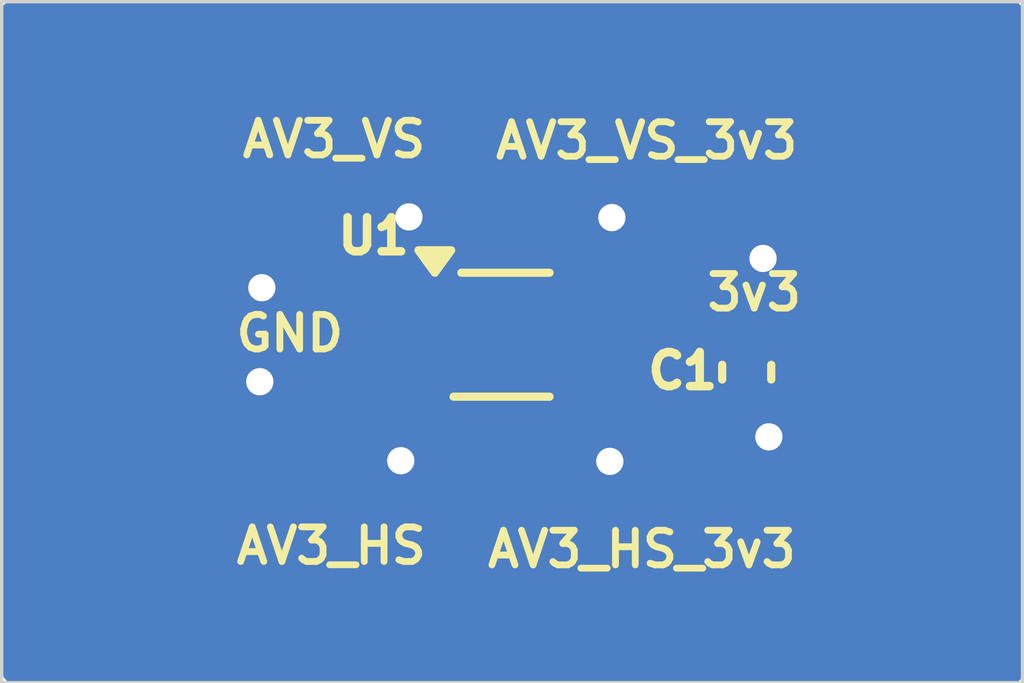
<source format=kicad_pcb>
(kicad_pcb (version 20241229) (generator "pcbnew") (generator_version "9.0")
  (layers (0 "F.Cu" signal) (2 "B.Cu" signal) (13 "F.Paste" user) (15 "B.Paste" user) (5 "F.SilkS" user "F.Silkscreen") (7 "B.SilkS" user "B.Silkscreen") (1 "F.Mask" user) (3 "B.Mask" user) (25 "Edge.Cuts" user))
  (net 0 "")
  (net 1 "Net-(U1C-VCC)")
  (net 2 "GND")
  (net 3 "Net-(TP1-Pad1)")
  (net 4 "Net-(TP2-Pad1)")
  (net 5 "Net-(TP3-Pad1)")
  (net 6 "Net-(TP4-Pad1)")
  (footprint "custom_components:SMD_PAD" (layer "F.Cu") (at 49.7 52)
    (property "Reference" "TP1" (hide yes))
    (property "Value" "AV3_VS" (at 3.35 0.02 0) (layer "F.SilkS") (effects (font (size 0.508 0.508) (thickness 0.1))))
    (pad "1" smd rect (at 0 0) (size 3 1.5) (layers "F.Cu" "F.Mask") (net 3 "Net-(TP1-Pad1)"))
  )
  (footprint "Capacitor_SMD:C_0402_1005Metric" (layer "F.Cu") (at 59.11 55.44 -90)
    (property "Reference" "C1" (at -0.02 0.94 0) (layer "F.SilkS") (effects (font (size 0.5 0.5) (thickness 0.125))))
    (property "Value" "0.1u")
    (fp_line (start -0.107836 0.36) (end 0.107836 0.36) (stroke (width 0.12)) (layer "F.SilkS"))
    (fp_line (start -0.107836 -0.36) (end 0.107836 -0.36) (stroke (width 0.12)) (layer "F.SilkS"))
    (pad "1" smd roundrect (at -0.48 0 270) (size 0.56 0.62) (layers "F.Cu" "F.Mask" "F.Paste") (net 1 "Net-(U1C-VCC)"))
    (pad "2" smd roundrect (at 0.48 0 270) (size 0.56 0.62) (layers "F.Cu" "F.Mask" "F.Paste") (net 2 "GND"))
  )
  (footprint "custom_components:SMD_PAD" (layer "F.Cu") (at 61.63 58 180)
    (property "Reference" "TP4" (hide yes))
    (property "Value" "AV3_HS_3v3" (at 4.06 -0.04 0) (layer "F.SilkS") (effects (font (size 0.508 0.508) (thickness 0.1))))
    (pad "1" smd rect (at 0 0 180) (size 3 1.5) (layers "F.Cu" "F.Mask") (net 6 "Net-(TP4-Pad1)"))
  )
  (footprint "custom_components:SC-70-6" (layer "F.Cu") (at 55.48 54.89)
    (property "Reference" "U1" (at -1.85 -1.45 0) (layer "F.SilkS") (effects (font (size 0.5 0.5) (thickness 0.125))))
    (property "Value" "74LVC2G17")
    (fp_line (start -0.675 0.91) (end 0.735 0.91) (stroke (width 0.12)) (layer "F.SilkS"))
    (fp_line (start -0.56 -0.91) (end 0.735 -0.91) (stroke (width 0.12)) (layer "F.SilkS"))
    (fp_poly (pts (xy -0.95 -0.91) (xy -0.71 -1.24) (xy -1.19 -1.24) (xy -0.95 -0.91)) (stroke (width 0.12)) (fill yes) (layer "F.SilkS"))
    (pad "1" smd roundrect (at -1.1 -0.65 270) (size 0.3 1) (layers "F.Cu" "F.Mask" "F.Paste") (net 3 "Net-(TP1-Pad1)"))
    (pad "2" smd roundrect (at -1.1 0 270) (size 0.3 1) (layers "F.Cu" "F.Mask" "F.Paste") (net 2 "GND"))
    (pad "3" smd roundrect (at -1.1 0.65 270) (size 0.3 1) (layers "F.Cu" "F.Mask" "F.Paste") (net 4 "Net-(TP2-Pad1)"))
    (pad "4" smd roundrect (at 1.1 0.65 270) (size 0.3 1) (layers "F.Cu" "F.Mask" "F.Paste") (net 6 "Net-(TP4-Pad1)"))
    (pad "5" smd roundrect (at 1.1 0 270) (size 0.3 1) (layers "F.Cu" "F.Mask" "F.Paste") (net 1 "Net-(U1C-VCC)"))
    (pad "6" smd roundrect (at 1.1 -0.65 270) (size 0.3 1) (layers "F.Cu" "F.Mask" "F.Paste") (net 5 "Net-(TP3-Pad1)"))
  )
  (footprint "custom_components:SMD_PAD" (layer "F.Cu") (at 49.7 58)
    (property "Reference" "TP2" (hide yes))
    (property "Value" "AV3_HS" (at 3.31 -0.01 0) (layer "F.SilkS") (effects (font (size 0.508 0.508) (thickness 0.1))))
    (pad "1" smd rect (at 0 0) (size 3 1.5) (layers "F.Cu" "F.Mask") (net 4 "Net-(TP2-Pad1)"))
  )
  (footprint "custom_components:SMD_PAD" (layer "F.Cu") (at 61.63 52 180)
    (property "Reference" "TP3" (hide yes))
    (property "Value" "AV3_VS_3v3" (at 3.99 -0.04 0) (layer "F.SilkS") (effects (font (size 0.508 0.508) (thickness 0.1))))
    (pad "1" smd rect (at 0 0 180) (size 3 1.5) (layers "F.Cu" "F.Mask") (net 5 "Net-(TP3-Pad1)"))
  )
  (footprint "custom_components:SMD_PAD" (layer "F.Cu") (at 49.69 54.86)
    (property "Reference" "TP6" (hide yes))
    (property "Value" "GND" (at 2.71018 0.01016 0) (layer "F.SilkS") (effects (font (size 0.508 0.508) (thickness 0.1))))
    (pad "1" smd rect (at 0 0) (size 3 1.5) (layers "F.Cu" "F.Mask") (net 2 "GND"))
  )
  (footprint "custom_components:SMD_PAD" (layer "F.Cu") (at 61.63 54.86 180)
    (property "Reference" "TP5" (hide yes))
    (property "Value" "3v3" (at 2.41 0.59 0) (layer "F.SilkS") (effects (font (size 0.508 0.508) (thickness 0.1))))
    (pad "1" smd rect (at 0 0 180) (size 3 1.5) (layers "F.Cu" "F.Mask") (net 1 "Net-(U1C-VCC)"))
  )
  (gr_rect (start 48.17 50) (end 63.16 60) (stroke (width 0.05)) (fill no) (layer "Edge.Cuts"))
  (segment (start 56.38 54.89) (end 61.6 54.89) (width 0.3) (layer "F.Cu") (net 1))
  (segment (start 61.6 54.89) (end 61.63 54.86) (width 0.3) (layer "F.Cu") (net 1))
  (segment (start 52.14 55.4) (end 51.96 55.58) (width 0.3) (layer "F.Cu") (net 2))
  (segment (start 54.58 54.89) (end 52.14 54.89) (width 0.3) (layer "F.Cu") (net 2))
  (segment (start 52.14 54.89) (end 52.14 55.4) (width 0.3) (layer "F.Cu") (net 2))
  (segment (start 59.11 55.92) (end 59.11 56.064669) (width 0.3) (layer "F.Cu") (net 2))
  (segment (start 52.14 54.89) (end 52.14 54.35) (width 0.3) (layer "F.Cu") (net 2))
  (segment (start 59.11 56.064669) (end 59.435331 56.39) (width 0.3) (layer "F.Cu") (net 2))
  (segment (start 57.13 53.17) (end 54.16 53.17) (width 0.3) (layer "F.Cu") (net 2))
  (segment (start 52.14 54.35) (end 51.99 54.2) (width 0.3) (layer "F.Cu") (net 2))
  (segment (start 54.04 56.75) (end 54.03 56.74) (width 0.3) (layer "F.Cu") (net 2))
  (segment (start 49.72 54.89) (end 49.69 54.86) (width 0.3) (layer "F.Cu") (net 2))
  (segment (start 57.1 56.75) (end 54.04 56.75) (width 0.3) (layer "F.Cu") (net 2))
  (segment (start 54.16 53.17) (end 54.15 53.16) (width 0.3) (layer "F.Cu") (net 2))
  (segment (start 52.14 54.89) (end 49.72 54.89) (width 0.3) (layer "F.Cu") (net 2))
  (via (at 59.35 53.77) (size 0.8) (drill 0.4) (layers "F.Cu" "B.Cu") (net 2))
  (via (at 51.96 55.58) (size 0.8) (drill 0.4) (layers "F.Cu" "B.Cu") (net 2))
  (via (at 57.1 56.75) (size 0.8) (drill 0.4) (layers "F.Cu" "B.Cu") (net 2))
  (via (at 51.99 54.2) (size 0.8) (drill 0.4) (layers "F.Cu" "B.Cu") (net 2))
  (via (at 54.15 53.16) (size 0.8) (drill 0.4) (layers "F.Cu" "B.Cu") (net 2))
  (via (at 57.13 53.17) (size 0.8) (drill 0.4) (layers "F.Cu" "B.Cu") (net 2))
  (via (at 59.435331 56.39) (size 0.8) (drill 0.4) (layers "F.Cu" "B.Cu") (net 2))
  (via (at 54.03 56.74) (size 0.8) (drill 0.4) (layers "F.Cu" "B.Cu") (net 2))
  (segment (start 59.435331 56.39) (end 57.46 56.39) (width 0.3) (layer "B.Cu") (net 2))
  (segment (start 57.46 56.39) (end 57.1 56.75) (width 0.3) (layer "B.Cu") (net 2))
  (segment (start 59.435331 53.855331) (end 59.35 53.77) (width 0.3) (layer "B.Cu") (net 2))
  (segment (start 57.73 53.77) (end 57.13 53.17) (width 0.3) (layer "B.Cu") (net 2))
  (segment (start 59.35 53.77) (end 57.73 53.77) (width 0.3) (layer "B.Cu") (net 2))
  (segment (start 59.435331 56.39) (end 59.435331 53.855331) (width 0.3) (layer "B.Cu") (net 2))
  (segment (start 49.67 52.58) (end 51.45 52.58) (width 0.3) (layer "F.Cu") (net 3))
  (segment (start 51.45 52.58) (end 53.11 54.24) (width 0.3) (layer "F.Cu") (net 3))
  (segment (start 53.11 54.24) (end 54.43 54.24) (width 0.3) (layer "F.Cu") (net 3))
  (segment (start 50.52 58) (end 50.69 58) (width 0.3) (layer "F.Cu") (net 4))
  (segment (start 53.15 55.54) (end 54.38 55.54) (width 0.3) (layer "F.Cu") (net 4))
  (segment (start 50.69 58) (end 53.15 55.54) (width 0.3) (layer "F.Cu") (net 4))
  (segment (start 56.53 54.24) (end 57.49 54.24) (width 0.3) (layer "F.Cu") (net 5))
  (segment (start 59.73 52) (end 61.07 52) (width 0.3) (layer "F.Cu") (net 5))
  (segment (start 61.07 52) (end 61.63 52.56) (width 0.3) (layer "F.Cu") (net 5))
  (segment (start 57.49 54.24) (end 59.73 52) (width 0.3) (layer "F.Cu") (net 5))
  (segment (start 59.9 58) (end 60.8 58) (width 0.3) (layer "F.Cu") (net 6))
  (segment (start 56.53 55.54) (end 57.44 55.54) (width 0.3) (layer "F.Cu") (net 6))
  (segment (start 57.44 55.54) (end 59.9 58) (width 0.3) (layer "F.Cu") (net 6))
  (zone (net 2) (net_name "GND") (layers "F.Cu" "B.Cu") (connect_pads yes (clearance 0.25)) (min_thickness 0.25) (fill yes (thermal_gap 0.5) (thermal_bridge_width 0.5))
    (polygon (pts (xy 48.15396 49.98687) (xy 63.15698 49.996872) (xy 63.17346 60.000429) (xy 48.186921 59.990432)))
  )
)
</source>
